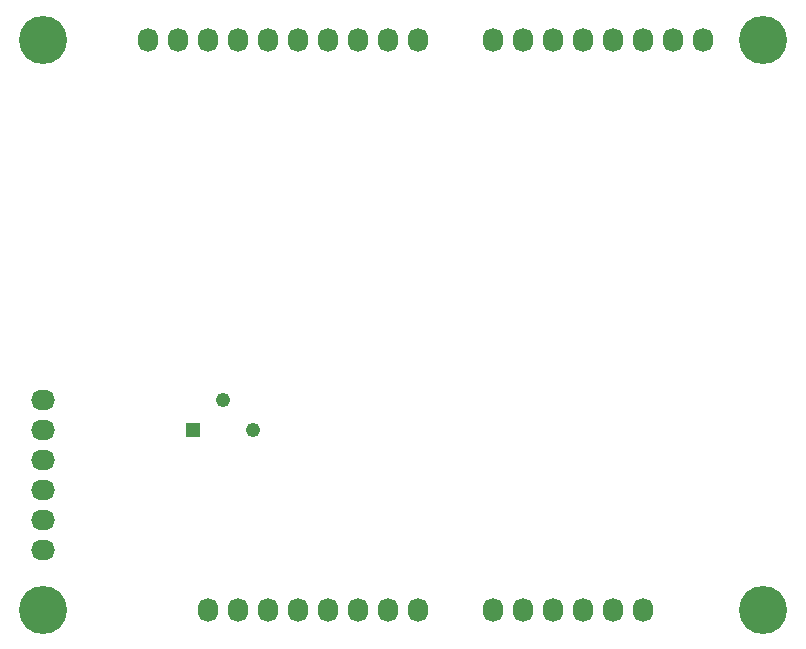
<source format=gbs>
%TF.GenerationSoftware,KiCad,Pcbnew,(6.0.2)*%
%TF.CreationDate,2022-05-07T22:53:05-07:00*%
%TF.ProjectId,Final_Project,46696e61-6c5f-4507-926f-6a6563742e6b,rev?*%
%TF.SameCoordinates,Original*%
%TF.FileFunction,Soldermask,Bot*%
%TF.FilePolarity,Negative*%
%FSLAX46Y46*%
G04 Gerber Fmt 4.6, Leading zero omitted, Abs format (unit mm)*
G04 Created by KiCad (PCBNEW (6.0.2)) date 2022-05-07 22:53:05*
%MOMM*%
%LPD*%
G01*
G04 APERTURE LIST*
%ADD10C,4.064000*%
%ADD11C,1.222000*%
%ADD12R,1.222000X1.222000*%
%ADD13O,2.032000X1.727200*%
%ADD14O,1.727200X2.032000*%
G04 APERTURE END LIST*
D10*
%TO.C,P6*%
X174498000Y-75565000D03*
%TD*%
D11*
%TO.C,VR1*%
X131318000Y-108585000D03*
X128778000Y-106045000D03*
D12*
X126238000Y-108585000D03*
%TD*%
D13*
%TO.C,J1*%
X113538000Y-106045000D03*
X113538000Y-108585000D03*
X113538000Y-111125000D03*
X113538000Y-113665000D03*
X113538000Y-116205000D03*
X113538000Y-118745000D03*
%TD*%
D14*
%TO.C,P1*%
X127498000Y-123825000D03*
X130038000Y-123825000D03*
X132578000Y-123825000D03*
X135118000Y-123825000D03*
X137658000Y-123825000D03*
X140198000Y-123825000D03*
X142738000Y-123825000D03*
X145278000Y-123825000D03*
%TD*%
%TO.C,A0-A6*%
X151638000Y-123825000D03*
X154178000Y-123825000D03*
X156718000Y-123825000D03*
X159258000Y-123825000D03*
X161798000Y-123825000D03*
X164338000Y-123825000D03*
%TD*%
%TO.C,P3*%
X122408000Y-75565000D03*
X124948000Y-75565000D03*
X127488000Y-75565000D03*
X130028000Y-75565000D03*
X132568000Y-75565000D03*
X135108000Y-75565000D03*
X137648000Y-75565000D03*
X140188000Y-75565000D03*
X142728000Y-75565000D03*
X145268000Y-75565000D03*
%TD*%
%TO.C,Digital 1-8*%
X151638000Y-75565000D03*
X154178000Y-75565000D03*
X156718000Y-75565000D03*
X159258000Y-75565000D03*
X161798000Y-75565000D03*
X164338000Y-75565000D03*
X166878000Y-75565000D03*
X169418000Y-75565000D03*
%TD*%
D10*
%TO.C,P5*%
X113538000Y-123825000D03*
%TD*%
%TO.C,P6*%
X174498000Y-123825000D03*
%TD*%
%TO.C,P8*%
X113538000Y-75565000D03*
%TD*%
M02*

</source>
